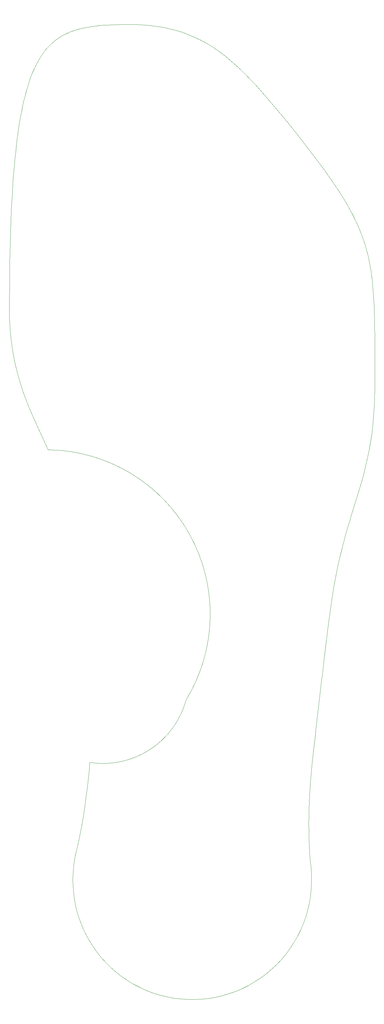
<source format=gbr>
G04 #@! TF.GenerationSoftware,KiCad,Pcbnew,(5.0.0)*
G04 #@! TF.CreationDate,2020-01-29T13:44:41+01:00*
G04 #@! TF.ProjectId,Insole_PCB,496E736F6C655F5043422E6B69636164,rev?*
G04 #@! TF.SameCoordinates,Original*
G04 #@! TF.FileFunction,Other,ECO2*
%FSLAX46Y46*%
G04 Gerber Fmt 4.6, Leading zero omitted, Abs format (unit mm)*
G04 Created by KiCad (PCBNEW (5.0.0)) date 01/29/20 13:44:41*
%MOMM*%
%LPD*%
G01*
G04 APERTURE LIST*
%ADD10C,0.100000*%
G04 APERTURE END LIST*
D10*
X172230550Y-131507841D02*
G75*
G02X210249453Y-200110707I-481097J-45102866D01*
G01*
X210249453Y-200110707D02*
G75*
G02X183754120Y-217337384I-22873048J6190891D01*
G01*
X179101373Y-247508836D02*
X179037573Y-249444347D01*
X180422513Y-258993637D02*
X181033563Y-260831267D01*
X182575053Y-264382617D02*
X183500123Y-266083957D01*
X179570473Y-243665910D02*
X179279223Y-245580449D01*
X181751913Y-262629687D02*
X182575053Y-264382617D01*
X179087973Y-251380267D02*
X179252443Y-253309837D01*
X179037573Y-249444347D02*
X179087973Y-251380267D01*
X190987413Y-274892277D02*
X192517533Y-276079307D01*
X185642813Y-269308407D02*
X186852983Y-270820287D01*
X183500123Y-266083957D02*
X184523893Y-267727797D01*
X179530393Y-255226367D02*
X179920873Y-257123167D01*
X179252443Y-253309837D02*
X179530393Y-255226367D01*
X179279223Y-245580449D02*
X179101373Y-247508836D01*
X181033563Y-260831267D02*
X181751913Y-262629687D01*
X179920873Y-257123167D02*
X180422513Y-258993637D01*
X197489423Y-279071777D02*
X199254673Y-279868147D01*
X195774203Y-278172697D02*
X197489423Y-279071777D01*
X189529943Y-273617087D02*
X190987413Y-274892277D01*
X184523893Y-267727797D02*
X185642813Y-269308407D01*
X194114983Y-277174057D02*
X195774203Y-278172697D01*
X192517533Y-276079307D02*
X194114983Y-277174057D01*
X188150203Y-272258177D02*
X189529943Y-273617087D01*
X186852983Y-270820287D02*
X188150203Y-272258177D01*
X161824843Y-98981065D02*
X162072432Y-101503072D01*
X167017405Y-119844791D02*
X167920965Y-121973224D01*
X166159937Y-117690963D02*
X167017405Y-119844791D01*
X162412287Y-103965448D02*
X162840502Y-106371675D01*
X162072432Y-101503072D02*
X162412287Y-103965448D01*
X161673423Y-96395944D02*
X161736863Y-97696615D01*
X163353167Y-108725240D02*
X163946383Y-111029634D01*
X162840502Y-106371675D02*
X163353167Y-108725240D01*
X169833423Y-126172626D02*
X172229453Y-131500707D01*
X161736863Y-97696615D02*
X161824843Y-98981065D01*
X167920965Y-121973224D02*
X168862383Y-124080942D01*
X165356791Y-115507059D02*
X166159937Y-117690963D01*
X163946383Y-111029634D02*
X164616209Y-113288400D01*
X168862383Y-124080942D02*
X169833423Y-126172626D01*
X164616209Y-113288400D02*
X165356791Y-115507059D01*
X182075093Y-231186216D02*
X181713763Y-233370252D01*
X183490253Y-219808683D02*
X183255893Y-222139776D01*
X180903693Y-237639287D02*
X180453823Y-239723028D01*
X180453823Y-239723028D02*
X179973343Y-241772047D01*
X182716223Y-226721929D02*
X182408853Y-228969640D01*
X182998223Y-224444753D02*
X182716223Y-226721929D01*
X183255893Y-222139776D02*
X182998223Y-224444753D01*
X183729453Y-217330707D02*
X183489453Y-219820707D01*
X179973343Y-241772047D02*
X179570473Y-243665910D01*
X182408853Y-228969640D02*
X182075093Y-231186216D01*
X181713763Y-233370252D02*
X181323503Y-235521474D01*
X181323503Y-235521474D02*
X180903693Y-237639287D01*
X162920555Y-53868276D02*
X162736656Y-56134260D01*
X161634993Y-95078622D02*
X161673423Y-96395944D01*
X161647113Y-86912752D02*
X161628273Y-90278245D01*
X165608696Y-35538487D02*
X165268085Y-37036447D01*
X161622073Y-93744218D02*
X161634993Y-95078622D01*
X166337883Y-32751027D02*
X165965335Y-34110547D01*
X161628273Y-90278245D02*
X161622073Y-93744218D01*
X165268085Y-37036447D02*
X164943618Y-38606007D01*
X164343380Y-41963027D02*
X164067325Y-43752757D01*
X162736656Y-56134260D02*
X162567493Y-58484388D01*
X163807071Y-45618477D02*
X163562450Y-47561537D01*
X164943618Y-38606007D02*
X164635418Y-40247897D01*
X161678723Y-83646368D02*
X161647113Y-86912752D01*
X162272663Y-63442495D02*
X162146637Y-66053205D01*
X163562450Y-47561537D02*
X163333274Y-49583272D01*
X164635418Y-40247897D02*
X164343380Y-41963027D01*
X161723283Y-80477735D02*
X161678723Y-83646368D01*
X161780983Y-77405492D02*
X161723283Y-80477735D01*
X162412887Y-60920011D02*
X162272663Y-63442495D01*
X161851983Y-74428281D02*
X161780983Y-77405492D01*
X162567493Y-58484388D02*
X162412887Y-60920011D01*
X161936473Y-71544736D02*
X161851983Y-74428281D01*
X162146637Y-66053205D02*
X162034633Y-68753500D01*
X162034633Y-68753500D02*
X161936473Y-71544736D01*
X163333274Y-49583272D02*
X163119369Y-51685064D01*
X164067325Y-43752757D02*
X163807071Y-45618477D01*
X165965335Y-34110547D02*
X165608696Y-35538487D01*
X163119369Y-51685064D02*
X162920555Y-53868276D01*
X179336183Y-16398047D02*
X178556393Y-16677487D01*
X193239063Y-14725567D02*
X192056793Y-14740667D01*
X180143513Y-16144357D02*
X179336183Y-16398047D01*
X182734273Y-15530177D02*
X181842413Y-15711567D01*
X207061863Y-16263007D02*
X205874263Y-15959957D01*
X189781063Y-14806467D02*
X188687323Y-14859367D01*
X205874263Y-15959957D02*
X204640523Y-15685277D01*
X227916483Y-29849287D02*
X226598533Y-28493697D01*
X213367283Y-18600627D02*
X212403423Y-18154597D01*
X219392213Y-22226077D02*
X217778983Y-21110947D01*
X226598533Y-28493697D02*
X225248723Y-27165187D01*
X194451093Y-14720567D02*
X193239063Y-14725567D01*
X210377523Y-17327037D02*
X209311293Y-16947657D01*
X222425783Y-24610227D02*
X220938793Y-23394197D01*
X196094783Y-14742167D02*
X194451093Y-14720567D01*
X187622823Y-14927167D02*
X186587433Y-15011067D01*
X209311293Y-16947657D02*
X208206773Y-16592627D01*
X215207213Y-19551917D02*
X214301183Y-19066767D01*
X181842413Y-15711567D02*
X180978873Y-15915917D01*
X200631193Y-15051067D02*
X199181733Y-14909367D01*
X169381355Y-25016547D02*
X168900714Y-25941687D01*
X170387443Y-23331727D02*
X169876963Y-24147097D01*
X176368523Y-17677387D02*
X175686073Y-18070727D01*
X202022083Y-15228907D02*
X200631193Y-15051067D01*
X168435165Y-26924097D02*
X167984825Y-27965377D01*
X168900714Y-25941687D02*
X168435165Y-26924097D01*
X173763913Y-19457067D02*
X173161303Y-19994207D01*
X190904173Y-14767267D02*
X189781063Y-14806467D01*
X178556393Y-16677487D02*
X177802593Y-16982647D01*
X204640523Y-15685277D02*
X203357493Y-15440957D01*
X184603433Y-15231617D02*
X183654563Y-15370567D01*
X199181733Y-14909367D02*
X197670633Y-14805767D01*
X185581013Y-15112157D02*
X184603433Y-15231617D01*
X167549808Y-29067117D02*
X167130233Y-30230907D01*
X216087473Y-20055047D02*
X215207213Y-19551917D01*
X172575913Y-20571957D02*
X172006673Y-21192217D01*
X167130233Y-30230907D02*
X166726219Y-31458347D01*
X173161303Y-19994207D02*
X172575913Y-20571957D01*
X192056793Y-14740667D02*
X190904173Y-14767267D01*
X188687323Y-14859367D02*
X187622823Y-14927167D01*
X217778983Y-21110947D02*
X216087473Y-20055047D01*
X220938793Y-23394197D02*
X219392213Y-22226077D01*
X166726219Y-31458347D02*
X166337883Y-32751027D01*
X175025203Y-18497217D02*
X174384853Y-18958697D01*
X180978873Y-15915917D02*
X180143513Y-16144357D01*
X183654563Y-15370567D02*
X182734273Y-15530177D01*
X208206773Y-16592627D02*
X207061863Y-16263007D01*
X203357493Y-15440957D02*
X202022083Y-15228907D01*
X214301183Y-19066767D02*
X213367283Y-18600627D01*
X225248723Y-27165187D02*
X223860123Y-25868967D01*
X197670633Y-14805767D02*
X196094783Y-14742167D01*
X167984825Y-27965377D02*
X167549808Y-29067117D01*
X169876963Y-24147097D02*
X169381355Y-25016547D01*
X212403423Y-18154597D02*
X211407533Y-17729697D01*
X175686073Y-18070727D02*
X175025203Y-18497217D01*
X171452483Y-21856847D02*
X170912653Y-22568847D01*
X177073673Y-17315317D02*
X176368523Y-17677387D01*
X172006673Y-21192217D02*
X171452483Y-21856847D01*
X170912653Y-22568847D02*
X170387443Y-23331727D01*
X174384853Y-18958697D02*
X173763913Y-19457067D01*
X186587433Y-15011067D02*
X185581013Y-15112157D01*
X211407533Y-17729697D02*
X210377523Y-17327037D01*
X223860123Y-25868967D02*
X222425783Y-24610227D01*
X177802593Y-16982647D02*
X177073673Y-17315317D01*
X255068633Y-65238889D02*
X254280123Y-63861745D01*
X259396913Y-75129842D02*
X258910073Y-73642232D01*
X260907063Y-81687772D02*
X260594353Y-79931355D01*
X229209473Y-31226747D02*
X227916483Y-29849287D01*
X231736353Y-34030497D02*
X229209473Y-31226747D01*
X260594353Y-79931355D02*
X260238993Y-78263799D01*
X260238993Y-78263799D02*
X259839873Y-76667165D01*
X241256113Y-45538197D02*
X238947053Y-42652807D01*
X234194193Y-36882327D02*
X231736353Y-34030497D01*
X259839873Y-76667165D02*
X259396913Y-75129842D01*
X236594073Y-39762867D02*
X234194193Y-36882327D01*
X258910073Y-73642232D02*
X258379323Y-72194753D01*
X238947053Y-42652807D02*
X236594073Y-39762867D01*
X245693053Y-51275189D02*
X243509133Y-48413957D01*
X252590133Y-61103650D02*
X251692393Y-59719617D01*
X261047913Y-82605290D02*
X260907063Y-81687772D01*
X255816983Y-66616834D02*
X255068633Y-65238889D01*
X253453333Y-62483846D02*
X252590133Y-61103650D01*
X250761993Y-58330190D02*
X249800823Y-56933835D01*
X258379323Y-72194753D02*
X257804633Y-70777799D01*
X257185973Y-69381780D02*
X256523303Y-67997121D01*
X243509133Y-48413957D02*
X241256113Y-45538197D01*
X247794793Y-54116994D02*
X245693053Y-51275189D01*
X249800823Y-56933835D02*
X247794793Y-54116994D01*
X251692393Y-59719617D02*
X250761993Y-58330190D01*
X254280123Y-63861745D02*
X253453333Y-62483846D01*
X256523303Y-67997121D02*
X255816983Y-66616834D01*
X257804633Y-70777799D02*
X257185973Y-69381780D01*
X262107233Y-108598718D02*
X262104233Y-106647599D01*
X262037233Y-98096337D02*
X262009333Y-96600396D01*
X262089233Y-102997609D02*
X262076533Y-101291150D01*
X246365123Y-204153630D02*
X246619213Y-201977857D01*
X247400233Y-195245114D02*
X247665503Y-192933999D01*
X253519153Y-156701292D02*
X254043433Y-154783993D01*
X262098233Y-104781831D02*
X262089233Y-102997609D01*
X247137163Y-197523118D02*
X247400233Y-195245114D01*
X260905293Y-129282586D02*
X261214533Y-127205861D01*
X262109233Y-110638970D02*
X262107233Y-108598718D01*
X248203463Y-188220597D02*
X248765403Y-183435983D01*
X260173833Y-133222283D02*
X260557333Y-131284972D01*
X257835403Y-142261363D02*
X258841873Y-138736397D01*
X254579933Y-152914507D02*
X255124603Y-151084933D01*
X250770443Y-169314156D02*
X251174153Y-167081035D01*
X262104233Y-106647599D02*
X262098233Y-104781831D01*
X244765513Y-218508588D02*
X245173463Y-214534047D01*
X261214533Y-127205861D02*
X261481883Y-125045535D01*
X261879733Y-120442616D02*
X262006803Y-117991435D01*
X246619213Y-201977857D02*
X246876693Y-199767526D01*
X262051803Y-116726886D02*
X262084103Y-115435780D01*
X255124603Y-151084933D02*
X255673563Y-149287432D01*
X254043433Y-154783993D02*
X254579933Y-152914507D01*
X249368953Y-178646279D02*
X250031493Y-173917123D01*
X261481883Y-125045535D02*
X261704283Y-122792819D01*
X259757973Y-135103782D02*
X260173833Y-133222283D01*
X261688133Y-88811456D02*
X261604833Y-87681664D01*
X255673563Y-149287432D02*
X256769003Y-145757289D01*
X256769003Y-145757289D02*
X257835403Y-142261363D01*
X251174153Y-167081035D02*
X251601483Y-164899947D01*
X247665503Y-192933999D02*
X248203463Y-188220597D01*
X245868733Y-208399709D02*
X246114813Y-206294362D01*
X245628463Y-210472253D02*
X245868733Y-208399709D01*
X261885133Y-92472939D02*
X261828033Y-91204705D01*
X258841873Y-138736397D02*
X259312933Y-136938732D01*
X252051023Y-162771160D02*
X252521413Y-160694943D01*
X261704283Y-122792819D02*
X261879733Y-120442616D01*
X261178683Y-83552197D02*
X261047913Y-82605290D01*
X259312933Y-136938732D02*
X259757973Y-135103782D01*
X261604833Y-87681664D02*
X261512433Y-86593236D01*
X262103603Y-114117680D02*
X262109603Y-112772157D01*
X251601483Y-164899947D02*
X252051023Y-162771160D01*
X261299563Y-84530896D02*
X261178683Y-83552197D01*
X261410753Y-85543778D02*
X261299563Y-84530896D01*
X246876693Y-199767526D02*
X247137163Y-197523118D01*
X261512433Y-86593236D02*
X261410753Y-85543778D01*
X246114813Y-206294362D02*
X246365123Y-204153630D01*
X250390333Y-171595763D02*
X250770443Y-169314156D01*
X261762433Y-89985005D02*
X261688133Y-88811456D01*
X261828033Y-91204705D02*
X261762433Y-89985005D01*
X261975133Y-95167046D02*
X261933933Y-93792493D01*
X262084103Y-115435780D02*
X262103603Y-114117680D01*
X262059433Y-99658654D02*
X262037233Y-98096337D01*
X262076533Y-101291150D02*
X262059433Y-99658654D01*
X250031493Y-173917123D02*
X250390333Y-171595763D01*
X253011253Y-158671565D02*
X253519153Y-156701292D01*
X248765403Y-183435983D02*
X249368953Y-178646279D01*
X252521413Y-160694943D02*
X253011253Y-158671565D01*
X262109603Y-112772157D02*
X262109233Y-110638970D01*
X262006803Y-117991435D02*
X262051803Y-116726886D01*
X260557333Y-131284972D02*
X260905293Y-129282586D01*
X245173463Y-214534047D02*
X245628463Y-210472253D01*
X261933933Y-93792493D02*
X261885133Y-92472939D01*
X262009333Y-96600396D02*
X261975133Y-95167046D01*
X237656753Y-269870877D02*
X238809603Y-268314837D01*
X220137143Y-281328317D02*
X221996043Y-280785357D01*
X202910523Y-281142087D02*
X204788413Y-281615197D01*
X212479773Y-282381517D02*
X214414103Y-282288217D01*
X238809603Y-268314837D02*
X239868693Y-266693527D01*
X235086153Y-272765737D02*
X236414163Y-271356227D01*
X244597823Y-252088707D02*
X244690123Y-250154337D01*
X243098933Y-259671427D02*
X243640913Y-257812237D01*
X244391653Y-254014277D02*
X244597823Y-252088707D01*
X244341113Y-244202931D02*
X244187543Y-242144772D01*
X208611463Y-282225537D02*
X210543323Y-282360617D01*
X206690933Y-281976767D02*
X208611463Y-282225537D01*
X241691193Y-263277877D02*
X242448273Y-261495417D01*
X230637203Y-276491507D02*
X232192643Y-275337847D01*
X216339563Y-282081047D02*
X218249453Y-281760707D01*
X242448273Y-261495417D02*
X243098933Y-259671427D01*
X236414163Y-271356227D02*
X237656753Y-269870877D01*
X227336013Y-278513967D02*
X229016453Y-277551447D01*
X244690123Y-250154337D02*
X244668123Y-248217893D01*
X232192643Y-275337847D02*
X233677343Y-274094477D01*
X244072313Y-255924327D02*
X244391653Y-254014277D01*
X244420193Y-222424420D02*
X244765513Y-218508588D01*
X244153103Y-226310109D02*
X244420193Y-222424420D01*
X243980763Y-230196111D02*
X244153103Y-226310109D01*
X243936363Y-232151044D02*
X243980763Y-230196111D01*
X243921863Y-234117612D02*
X243936363Y-232151044D01*
X223819693Y-280133747D02*
X225601753Y-279375737D01*
X221996043Y-280785357D02*
X223819693Y-280133747D01*
X240830343Y-265012597D02*
X241691193Y-263277877D01*
X225601753Y-279375737D02*
X227336013Y-278513967D01*
X243938463Y-236098035D02*
X243921863Y-234117612D01*
X243987463Y-238094548D02*
X243938463Y-236098035D01*
X244070063Y-240109387D02*
X243987463Y-238094548D01*
X201063803Y-280559047D02*
X202910523Y-281142087D01*
X199254673Y-279868147D02*
X201063803Y-280559047D01*
X244187543Y-242144772D02*
X244070063Y-240109387D01*
X204788413Y-281615197D02*
X206690933Y-281976767D01*
X214414103Y-282288217D02*
X216339563Y-282081047D01*
X244532023Y-246286119D02*
X244341113Y-244202931D01*
X244668123Y-248217893D02*
X244532023Y-246286119D01*
X243640913Y-257812237D02*
X244072313Y-255924327D01*
X229016453Y-277551447D02*
X230637203Y-276491507D01*
X210543323Y-282360617D02*
X212479773Y-282381517D01*
X239868693Y-266693527D02*
X240830343Y-265012597D01*
X233677343Y-274094477D02*
X235086153Y-272765737D01*
X218249453Y-281760707D02*
X220137143Y-281328317D01*
M02*

</source>
